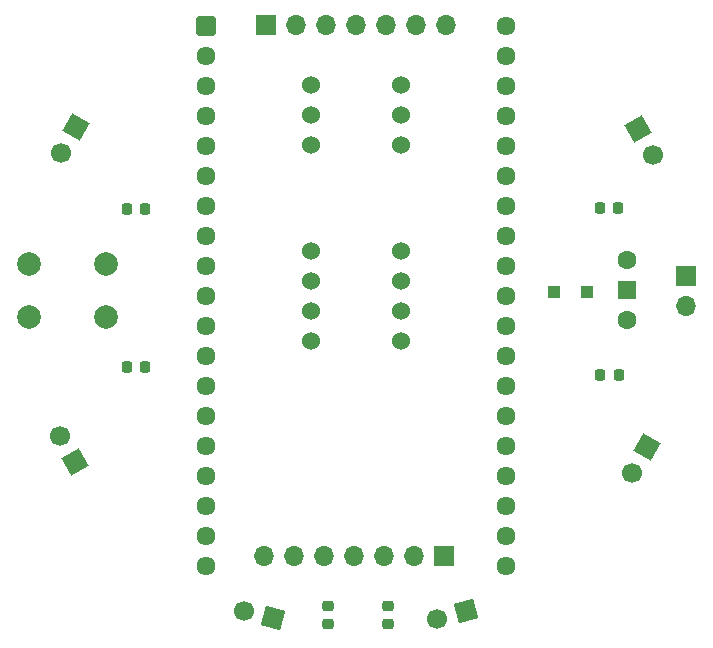
<source format=gbr>
%TF.GenerationSoftware,KiCad,Pcbnew,8.0.8-8.0.8-0~ubuntu24.04.1*%
%TF.CreationDate,2025-07-02T11:23:48+09:00*%
%TF.ProjectId,multicopter2,6d756c74-6963-46f7-9074-6572322e6b69,rev?*%
%TF.SameCoordinates,Original*%
%TF.FileFunction,Soldermask,Bot*%
%TF.FilePolarity,Negative*%
%FSLAX46Y46*%
G04 Gerber Fmt 4.6, Leading zero omitted, Abs format (unit mm)*
G04 Created by KiCad (PCBNEW 8.0.8-8.0.8-0~ubuntu24.04.1) date 2025-07-02 11:23:48*
%MOMM*%
%LPD*%
G01*
G04 APERTURE LIST*
G04 Aperture macros list*
%AMRoundRect*
0 Rectangle with rounded corners*
0 $1 Rounding radius*
0 $2 $3 $4 $5 $6 $7 $8 $9 X,Y pos of 4 corners*
0 Add a 4 corners polygon primitive as box body*
4,1,4,$2,$3,$4,$5,$6,$7,$8,$9,$2,$3,0*
0 Add four circle primitives for the rounded corners*
1,1,$1+$1,$2,$3*
1,1,$1+$1,$4,$5*
1,1,$1+$1,$6,$7*
1,1,$1+$1,$8,$9*
0 Add four rect primitives between the rounded corners*
20,1,$1+$1,$2,$3,$4,$5,0*
20,1,$1+$1,$4,$5,$6,$7,0*
20,1,$1+$1,$6,$7,$8,$9,0*
20,1,$1+$1,$8,$9,$2,$3,0*%
%AMHorizOval*
0 Thick line with rounded ends*
0 $1 width*
0 $2 $3 position (X,Y) of the first rounded end (center of the circle)*
0 $4 $5 position (X,Y) of the second rounded end (center of the circle)*
0 Add line between two ends*
20,1,$1,$2,$3,$4,$5,0*
0 Add two circle primitives to create the rounded ends*
1,1,$1,$2,$3*
1,1,$1,$4,$5*%
%AMRotRect*
0 Rectangle, with rotation*
0 The origin of the aperture is its center*
0 $1 length*
0 $2 width*
0 $3 Rotation angle, in degrees counterclockwise*
0 Add horizontal line*
21,1,$1,$2,0,0,$3*%
G04 Aperture macros list end*
%ADD10C,1.524000*%
%ADD11R,1.500000X1.500000*%
%ADD12C,1.600000*%
%ADD13C,2.000000*%
%ADD14RotRect,1.700000X1.700000X210.000000*%
%ADD15HorizOval,1.700000X0.000000X0.000000X0.000000X0.000000X0*%
%ADD16RotRect,1.700000X1.700000X330.000000*%
%ADD17HorizOval,1.700000X0.000000X0.000000X0.000000X0.000000X0*%
%ADD18RotRect,1.700000X1.700000X285.000000*%
%ADD19HorizOval,1.700000X0.000000X0.000000X0.000000X0.000000X0*%
%ADD20RoundRect,0.102000X-0.704000X-0.704000X0.704000X-0.704000X0.704000X0.704000X-0.704000X0.704000X0*%
%ADD21C,1.612000*%
%ADD22R,1.700000X1.700000*%
%ADD23O,1.700000X1.700000*%
%ADD24RotRect,1.700000X1.700000X30.000000*%
%ADD25HorizOval,1.700000X0.000000X0.000000X0.000000X0.000000X0*%
%ADD26RotRect,1.700000X1.700000X255.000000*%
%ADD27HorizOval,1.700000X0.000000X0.000000X0.000000X0.000000X0*%
%ADD28RoundRect,0.225000X0.225000X0.250000X-0.225000X0.250000X-0.225000X-0.250000X0.225000X-0.250000X0*%
%ADD29RoundRect,0.225000X0.250000X-0.225000X0.250000X0.225000X-0.250000X0.225000X-0.250000X-0.225000X0*%
%ADD30RoundRect,0.225000X-0.225000X-0.250000X0.225000X-0.250000X0.225000X0.250000X-0.225000X0.250000X0*%
%ADD31RoundRect,0.250000X-0.300000X-0.300000X0.300000X-0.300000X0.300000X0.300000X-0.300000X0.300000X0*%
G04 APERTURE END LIST*
D10*
%TO.C,U4*%
X96190000Y-82160000D03*
X96190000Y-84700000D03*
X96190000Y-87240000D03*
X103810000Y-87240000D03*
X103810000Y-84700000D03*
X103810000Y-82160000D03*
%TD*%
D11*
%TO.C,SW3*%
X122960000Y-99520000D03*
D12*
X122960000Y-96980000D03*
X122960000Y-102060000D03*
%TD*%
D13*
%TO.C,SW1*%
X78770000Y-101810000D03*
X72270000Y-101810000D03*
X78770000Y-97310000D03*
X72270000Y-97310000D03*
%TD*%
D14*
%TO.C,M5*%
X76140000Y-114090000D03*
D15*
X74870000Y-111890295D03*
%TD*%
D16*
%TO.C,M2*%
X124620000Y-112790000D03*
D17*
X123350000Y-114989705D03*
%TD*%
D18*
%TO.C,M3*%
X109271556Y-126700006D03*
D19*
X106818104Y-127357406D03*
%TD*%
D10*
%TO.C,U3*%
X96190000Y-96190000D03*
X96190000Y-98730000D03*
X96190000Y-101270000D03*
X96190000Y-103810000D03*
X103810000Y-103810000D03*
X103810000Y-101270000D03*
X103810000Y-98730000D03*
X103810000Y-96190000D03*
%TD*%
D20*
%TO.C,U1*%
X87300000Y-77165000D03*
D21*
X87300000Y-79705000D03*
X87300000Y-82245000D03*
X87300000Y-84785000D03*
X87300000Y-87325000D03*
X87300000Y-89865000D03*
X87300000Y-92405000D03*
X87300000Y-94945000D03*
X87300000Y-97485000D03*
X87300000Y-100025000D03*
X87300000Y-102565000D03*
X87300000Y-105105000D03*
X87300000Y-107645000D03*
X87300000Y-110185000D03*
X87300000Y-112725000D03*
X87300000Y-115265000D03*
X87300000Y-117805000D03*
X87300000Y-120345000D03*
X87300000Y-122885000D03*
X112700000Y-77165000D03*
X112700000Y-79705000D03*
X112700000Y-82245000D03*
X112700000Y-84785000D03*
X112700000Y-87325000D03*
X112700000Y-89865000D03*
X112700000Y-92405000D03*
X112700000Y-94945000D03*
X112700000Y-97485000D03*
X112700000Y-100025000D03*
X112700000Y-102565000D03*
X112700000Y-105105000D03*
X112700000Y-107645000D03*
X112700000Y-110185000D03*
X112700000Y-112725000D03*
X112700000Y-115265000D03*
X112700000Y-117805000D03*
X112700000Y-120345000D03*
X112700000Y-122885000D03*
%TD*%
D16*
%TO.C,M6*%
X76227500Y-85705818D03*
D17*
X74957500Y-87905523D03*
%TD*%
D22*
%TO.C,J2*%
X127910000Y-98320000D03*
D23*
X127910000Y-100860000D03*
%TD*%
D24*
%TO.C,M1*%
X123880000Y-85860000D03*
D25*
X125150000Y-88059705D03*
%TD*%
D26*
%TO.C,M4*%
X92951556Y-127329994D03*
D27*
X90498104Y-126672594D03*
%TD*%
D28*
%TO.C,C1*%
X122145000Y-92580000D03*
X120595000Y-92580000D03*
%TD*%
D29*
%TO.C,C3*%
X102670000Y-127815000D03*
X102670000Y-126265000D03*
%TD*%
D28*
%TO.C,C2*%
X122205000Y-106710000D03*
X120655000Y-106710000D03*
%TD*%
D22*
%TO.C,U6*%
X107400000Y-122060000D03*
D23*
X104860000Y-122060000D03*
X102320000Y-122060000D03*
X99780000Y-122060000D03*
X97240000Y-122060000D03*
X94700000Y-122060000D03*
X92160000Y-122060000D03*
%TD*%
D29*
%TO.C,C4*%
X97580000Y-127812500D03*
X97580000Y-126262500D03*
%TD*%
D22*
%TO.C,U2*%
X92370000Y-77120000D03*
D23*
X94910000Y-77120000D03*
X97450000Y-77120000D03*
X99990000Y-77120000D03*
X102530000Y-77120000D03*
X105070000Y-77120000D03*
X107610000Y-77120000D03*
%TD*%
D30*
%TO.C,C5*%
X80550000Y-106070000D03*
X82100000Y-106070000D03*
%TD*%
D31*
%TO.C,D9*%
X116730000Y-99700000D03*
X119530000Y-99700000D03*
%TD*%
D30*
%TO.C,C6*%
X80565000Y-92670000D03*
X82115000Y-92670000D03*
%TD*%
M02*

</source>
